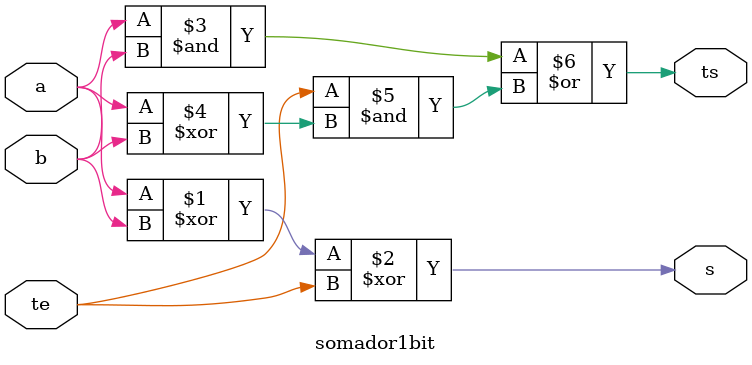
<source format=v>

module somador1bit(a, b, te, s, ts);
	input a, b, te;
	output s, ts;
		
	assign s = (a^b^te);
	assign ts = ((a & b) | (te & (a ^ b)));
	
endmodule
</source>
